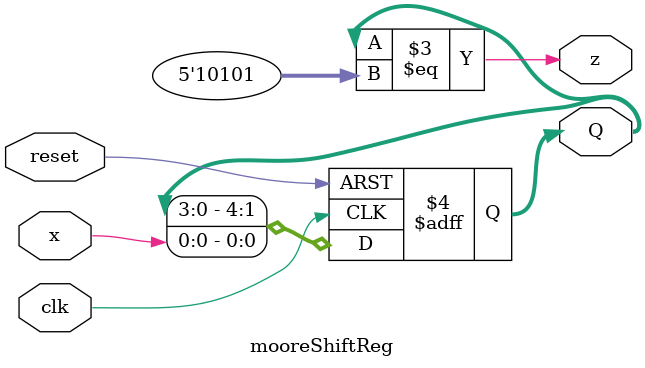
<source format=v>
`timescale 1ns / 1ps

module mooreShiftReg(
    input x, clk, reset,
    output reg [4:0] Q,
    output z
);

always @(posedge clk or negedge reset) begin
    if (!reset) Q<=5'b00000;
    else Q<={Q[3:0], x};
end

assign z=(Q==5'b10101);

endmodule

</source>
